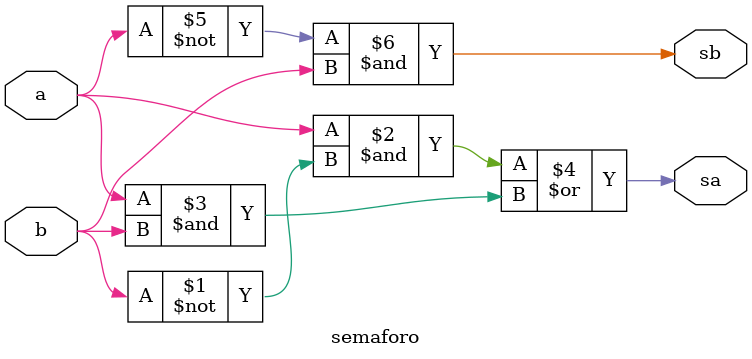
<source format=v>
module semaforo (a, b, sa, sb);

    input a, b;
    output sa, sb;

    assign sa = a & ~b | a & b; // sa = a
    assign sb = ~a & b;

endmodule
</source>
